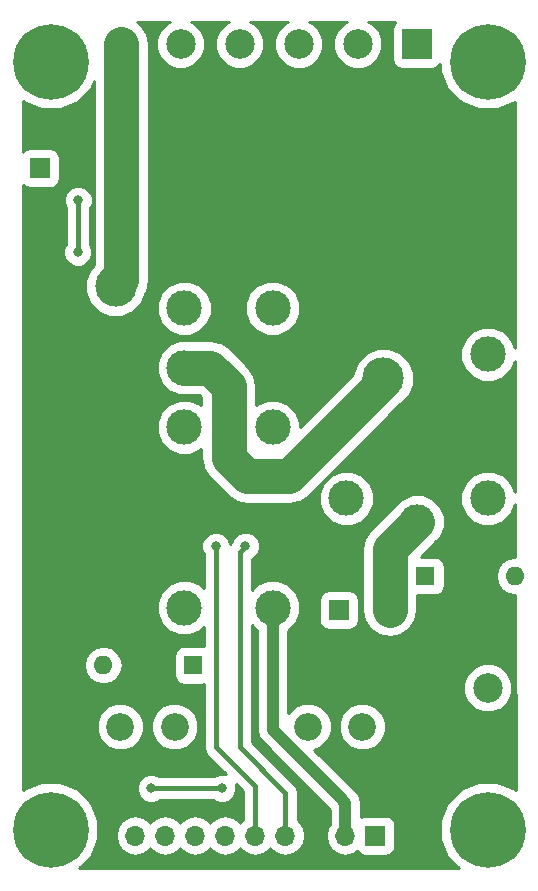
<source format=gbl>
G04 #@! TF.FileFunction,Copper,L2,Bot,Signal*
%FSLAX46Y46*%
G04 Gerber Fmt 4.6, Leading zero omitted, Abs format (unit mm)*
G04 Created by KiCad (PCBNEW 4.0.6) date Tuesday, January 16, 2018 'PMt' 08:13:24 PM*
%MOMM*%
%LPD*%
G01*
G04 APERTURE LIST*
%ADD10C,0.100000*%
%ADD11C,6.400000*%
%ADD12C,3.000000*%
%ADD13R,2.500000X2.500000*%
%ADD14C,2.500000*%
%ADD15C,2.350000*%
%ADD16R,1.700000X1.700000*%
%ADD17O,1.700000X1.700000*%
%ADD18R,1.600000X1.600000*%
%ADD19O,1.600000X1.600000*%
%ADD20C,3.500000*%
%ADD21C,0.800000*%
%ADD22C,1.000000*%
%ADD23C,3.000000*%
%ADD24C,0.400000*%
%ADD25C,0.254000*%
G04 APERTURE END LIST*
D10*
D11*
X91000000Y-145000000D03*
X54000000Y-145000000D03*
X91000000Y-80000000D03*
D12*
X65300000Y-126200000D03*
X72800000Y-126200000D03*
X65300000Y-105880000D03*
X72800000Y-100840000D03*
X72800000Y-110920000D03*
X65300000Y-110920000D03*
X72800000Y-105880000D03*
X65300000Y-100840000D03*
D13*
X91000000Y-138000000D03*
D14*
X91000000Y-133000000D03*
D12*
X91025000Y-116950000D03*
X91025000Y-104750000D03*
X79025000Y-116950000D03*
X85025000Y-118950000D03*
D15*
X64500000Y-136275000D03*
X59900000Y-136275000D03*
X75800000Y-136275000D03*
X80400000Y-136275000D03*
D11*
X54000000Y-80000000D03*
D16*
X59600000Y-116100000D03*
X78400000Y-126400000D03*
X53100000Y-89000000D03*
X82700000Y-126400000D03*
X81500000Y-145500000D03*
D17*
X78960000Y-145500000D03*
X76420000Y-145500000D03*
X73880000Y-145500000D03*
X71340000Y-145500000D03*
X68800000Y-145500000D03*
X66260000Y-145500000D03*
X63720000Y-145500000D03*
X61180000Y-145500000D03*
D14*
X60000000Y-78500000D03*
X65000000Y-78500000D03*
X70000000Y-78500000D03*
X75000000Y-78500000D03*
D13*
X85000000Y-78500000D03*
D14*
X80000000Y-78500000D03*
D18*
X85725000Y-123525000D03*
D19*
X93345000Y-123525000D03*
D18*
X66075000Y-131075000D03*
D19*
X58455000Y-131075000D03*
D20*
X82175000Y-106800000D03*
D21*
X54700000Y-97375000D03*
X92850000Y-130200000D03*
X59900000Y-129900000D03*
X54500000Y-100750000D03*
X88000000Y-85500000D03*
X78000000Y-85500000D03*
X54750000Y-85500000D03*
X56325000Y-91700000D03*
X56300000Y-96100000D03*
X68500000Y-141500000D03*
X62500000Y-141500000D03*
D20*
X59500000Y-99000000D03*
D21*
X68000000Y-121000000D03*
X70500000Y-121000000D03*
D22*
X78960000Y-145500000D02*
X78960000Y-142760000D01*
X78460000Y-142260000D02*
X72800000Y-136600000D01*
X72800000Y-136600000D02*
X72800000Y-126200000D01*
X78960000Y-142760000D02*
X78460000Y-142260000D01*
X72800000Y-126200000D02*
X72800000Y-125400000D01*
D23*
X65300000Y-105880000D02*
X67505000Y-105880000D01*
X82175000Y-107125000D02*
X82175000Y-106800000D01*
X74200000Y-115100000D02*
X82175000Y-107125000D01*
X70650000Y-115100000D02*
X74200000Y-115100000D01*
X69075000Y-113525000D02*
X70650000Y-115100000D01*
X69075000Y-107450000D02*
X69075000Y-113525000D01*
X67505000Y-105880000D02*
X69075000Y-107450000D01*
D24*
X56325000Y-96075000D02*
X56325000Y-91700000D01*
X56300000Y-96100000D02*
X56325000Y-96075000D01*
X62500000Y-141500000D02*
X68500000Y-141500000D01*
D23*
X82700000Y-126400000D02*
X82700000Y-121275000D01*
X82700000Y-121275000D02*
X85025000Y-118950000D01*
X59500000Y-99000000D02*
X60000000Y-98500000D01*
X60000000Y-98500000D02*
X60000000Y-78500000D01*
D24*
X68000000Y-134500000D02*
X68000000Y-138000000D01*
X68000000Y-138000000D02*
X71340000Y-141340000D01*
X71340000Y-145500000D02*
X71340000Y-141340000D01*
X68000000Y-121000000D02*
X68000000Y-134500000D01*
X70000000Y-136000000D02*
X70000000Y-138000000D01*
X73880000Y-141880000D02*
X73880000Y-145500000D01*
X70000000Y-138000000D02*
X73880000Y-141880000D01*
X70000000Y-136000000D02*
X70000000Y-133500000D01*
X70000000Y-121500000D02*
X70000000Y-133500000D01*
X70500000Y-121000000D02*
X70000000Y-121500000D01*
D25*
G36*
X63825011Y-76738178D02*
X63240232Y-77321938D01*
X62923361Y-78085047D01*
X62922640Y-78911328D01*
X63238178Y-79674989D01*
X63821938Y-80259768D01*
X64585047Y-80576639D01*
X65411328Y-80577360D01*
X66174989Y-80261822D01*
X66759768Y-79678062D01*
X67076639Y-78914953D01*
X67077360Y-78088672D01*
X66761822Y-77325011D01*
X66178062Y-76740232D01*
X65905369Y-76627000D01*
X69094083Y-76627000D01*
X68825011Y-76738178D01*
X68240232Y-77321938D01*
X67923361Y-78085047D01*
X67922640Y-78911328D01*
X68238178Y-79674989D01*
X68821938Y-80259768D01*
X69585047Y-80576639D01*
X70411328Y-80577360D01*
X71174989Y-80261822D01*
X71759768Y-79678062D01*
X72076639Y-78914953D01*
X72077360Y-78088672D01*
X71761822Y-77325011D01*
X71178062Y-76740232D01*
X70905369Y-76627000D01*
X74094083Y-76627000D01*
X73825011Y-76738178D01*
X73240232Y-77321938D01*
X72923361Y-78085047D01*
X72922640Y-78911328D01*
X73238178Y-79674989D01*
X73821938Y-80259768D01*
X74585047Y-80576639D01*
X75411328Y-80577360D01*
X76174989Y-80261822D01*
X76759768Y-79678062D01*
X77076639Y-78914953D01*
X77077360Y-78088672D01*
X76761822Y-77325011D01*
X76178062Y-76740232D01*
X75905369Y-76627000D01*
X79094083Y-76627000D01*
X78825011Y-76738178D01*
X78240232Y-77321938D01*
X77923361Y-78085047D01*
X77922640Y-78911328D01*
X78238178Y-79674989D01*
X78821938Y-80259768D01*
X79585047Y-80576639D01*
X80411328Y-80577360D01*
X81174989Y-80261822D01*
X81759768Y-79678062D01*
X82076639Y-78914953D01*
X82077360Y-78088672D01*
X81761822Y-77325011D01*
X81178062Y-76740232D01*
X80905369Y-76627000D01*
X83190946Y-76627000D01*
X83162061Y-76645587D01*
X82973231Y-76921948D01*
X82906799Y-77250000D01*
X82906799Y-79750000D01*
X82964465Y-80056468D01*
X83145587Y-80337939D01*
X83421948Y-80526769D01*
X83750000Y-80593201D01*
X86250000Y-80593201D01*
X86556468Y-80535535D01*
X86837939Y-80354413D01*
X86972861Y-80156949D01*
X86972302Y-80797506D01*
X87584085Y-82278132D01*
X88715909Y-83411934D01*
X90195466Y-84026300D01*
X91797506Y-84027698D01*
X93278132Y-83415915D01*
X93282612Y-83411443D01*
X93311512Y-104190197D01*
X92998885Y-103433582D01*
X92344861Y-102778415D01*
X91489900Y-102423404D01*
X90564162Y-102422597D01*
X89708582Y-102776115D01*
X89053415Y-103430139D01*
X88698404Y-104285100D01*
X88697597Y-105210838D01*
X89051115Y-106066418D01*
X89705139Y-106721585D01*
X90560100Y-107076596D01*
X91485838Y-107077403D01*
X92341418Y-106723885D01*
X92996585Y-106069861D01*
X93313066Y-105307691D01*
X93328537Y-116431402D01*
X92998885Y-115633582D01*
X92344861Y-114978415D01*
X91489900Y-114623404D01*
X90564162Y-114622597D01*
X89708582Y-114976115D01*
X89053415Y-115630139D01*
X88698404Y-116485100D01*
X88697597Y-117410838D01*
X89051115Y-118266418D01*
X89705139Y-118921585D01*
X90560100Y-119276596D01*
X91485838Y-119277403D01*
X92341418Y-118923885D01*
X92996585Y-118269861D01*
X93329977Y-117466964D01*
X93336140Y-121898000D01*
X93313125Y-121898000D01*
X92690499Y-122021848D01*
X92162662Y-122374537D01*
X91809973Y-122902374D01*
X91686125Y-123525000D01*
X91809973Y-124147626D01*
X92162662Y-124675463D01*
X92690499Y-125028152D01*
X93313125Y-125152000D01*
X93340666Y-125152000D01*
X93363636Y-141667750D01*
X93284091Y-141588066D01*
X91804534Y-140973700D01*
X90202494Y-140972302D01*
X88721868Y-141584085D01*
X87588066Y-142715909D01*
X86973700Y-144195466D01*
X86972302Y-145797506D01*
X87584085Y-147278132D01*
X88577217Y-148273000D01*
X56421297Y-148273000D01*
X57411934Y-147284091D01*
X58026300Y-145804534D01*
X58026594Y-145467146D01*
X59503000Y-145467146D01*
X59503000Y-145532854D01*
X59630654Y-146174614D01*
X59994182Y-146718672D01*
X60538240Y-147082200D01*
X61180000Y-147209854D01*
X61821760Y-147082200D01*
X62365818Y-146718672D01*
X62450000Y-146592685D01*
X62534182Y-146718672D01*
X63078240Y-147082200D01*
X63720000Y-147209854D01*
X64361760Y-147082200D01*
X64905818Y-146718672D01*
X64990000Y-146592685D01*
X65074182Y-146718672D01*
X65618240Y-147082200D01*
X66260000Y-147209854D01*
X66901760Y-147082200D01*
X67445818Y-146718672D01*
X67530000Y-146592685D01*
X67614182Y-146718672D01*
X68158240Y-147082200D01*
X68800000Y-147209854D01*
X69441760Y-147082200D01*
X69985818Y-146718672D01*
X70070000Y-146592685D01*
X70154182Y-146718672D01*
X70698240Y-147082200D01*
X71340000Y-147209854D01*
X71981760Y-147082200D01*
X72525818Y-146718672D01*
X72610000Y-146592685D01*
X72694182Y-146718672D01*
X73238240Y-147082200D01*
X73880000Y-147209854D01*
X74521760Y-147082200D01*
X75065818Y-146718672D01*
X75429346Y-146174614D01*
X75557000Y-145532854D01*
X75557000Y-145467146D01*
X75429346Y-144825386D01*
X75065818Y-144281328D01*
X74907000Y-144175209D01*
X74907000Y-141880005D01*
X74907001Y-141880000D01*
X74828824Y-141486985D01*
X74828824Y-141486984D01*
X74606199Y-141153801D01*
X74606196Y-141153799D01*
X71027000Y-137574602D01*
X71027000Y-127717654D01*
X71473000Y-128164434D01*
X71473000Y-136600000D01*
X71574012Y-137107821D01*
X71861669Y-137538331D01*
X77633000Y-143309662D01*
X77633000Y-144492622D01*
X77410654Y-144825386D01*
X77283000Y-145467146D01*
X77283000Y-145532854D01*
X77410654Y-146174614D01*
X77774182Y-146718672D01*
X78318240Y-147082200D01*
X78960000Y-147209854D01*
X79601760Y-147082200D01*
X79977054Y-146831436D01*
X80045587Y-146937939D01*
X80321948Y-147126769D01*
X80650000Y-147193201D01*
X82350000Y-147193201D01*
X82656468Y-147135535D01*
X82937939Y-146954413D01*
X83126769Y-146678052D01*
X83193201Y-146350000D01*
X83193201Y-144650000D01*
X83135535Y-144343532D01*
X82954413Y-144062061D01*
X82678052Y-143873231D01*
X82350000Y-143806799D01*
X80650000Y-143806799D01*
X80343532Y-143864465D01*
X80287000Y-143900842D01*
X80287000Y-142760005D01*
X80287001Y-142760000D01*
X80185988Y-142252179D01*
X79898331Y-141821669D01*
X76307948Y-138231286D01*
X76932560Y-137973202D01*
X77496223Y-137410522D01*
X77801651Y-136674969D01*
X77801654Y-136671475D01*
X78397654Y-136671475D01*
X78701798Y-137407560D01*
X79264478Y-137971223D01*
X80000031Y-138276651D01*
X80796475Y-138277346D01*
X81532560Y-137973202D01*
X82096223Y-137410522D01*
X82401651Y-136674969D01*
X82402346Y-135878525D01*
X82098202Y-135142440D01*
X81535522Y-134578777D01*
X80799969Y-134273349D01*
X80003525Y-134272654D01*
X79267440Y-134576798D01*
X78703777Y-135139478D01*
X78398349Y-135875031D01*
X78397654Y-136671475D01*
X77801654Y-136671475D01*
X77802346Y-135878525D01*
X77498202Y-135142440D01*
X76935522Y-134578777D01*
X76199969Y-134273349D01*
X75403525Y-134272654D01*
X74667440Y-134576798D01*
X74127000Y-135116295D01*
X74127000Y-133411328D01*
X88922640Y-133411328D01*
X89238178Y-134174989D01*
X89821938Y-134759768D01*
X90585047Y-135076639D01*
X91411328Y-135077360D01*
X92174989Y-134761822D01*
X92759768Y-134178062D01*
X93076639Y-133414953D01*
X93077360Y-132588672D01*
X92761822Y-131825011D01*
X92178062Y-131240232D01*
X91414953Y-130923361D01*
X90588672Y-130922640D01*
X89825011Y-131238178D01*
X89240232Y-131821938D01*
X88923361Y-132585047D01*
X88922640Y-133411328D01*
X74127000Y-133411328D01*
X74127000Y-128163321D01*
X74771585Y-127519861D01*
X75126596Y-126664900D01*
X75127403Y-125739162D01*
X75049243Y-125550000D01*
X76706799Y-125550000D01*
X76706799Y-127250000D01*
X76764465Y-127556468D01*
X76945587Y-127837939D01*
X77221948Y-128026769D01*
X77550000Y-128093201D01*
X79250000Y-128093201D01*
X79556468Y-128035535D01*
X79837939Y-127854413D01*
X80026769Y-127578052D01*
X80093201Y-127250000D01*
X80093201Y-125550000D01*
X80035535Y-125243532D01*
X79854413Y-124962061D01*
X79578052Y-124773231D01*
X79250000Y-124706799D01*
X77550000Y-124706799D01*
X77243532Y-124764465D01*
X76962061Y-124945587D01*
X76773231Y-125221948D01*
X76706799Y-125550000D01*
X75049243Y-125550000D01*
X74773885Y-124883582D01*
X74119861Y-124228415D01*
X73264900Y-123873404D01*
X72339162Y-123872597D01*
X71483582Y-124226115D01*
X71027000Y-124681900D01*
X71027000Y-122109863D01*
X71194131Y-122040806D01*
X71539593Y-121695947D01*
X71714385Y-121275000D01*
X80373000Y-121275000D01*
X80373000Y-126400000D01*
X80550132Y-127290504D01*
X81054563Y-128045437D01*
X81809496Y-128549868D01*
X82700000Y-128727000D01*
X83590504Y-128549868D01*
X84345437Y-128045437D01*
X84849868Y-127290504D01*
X85027000Y-126400000D01*
X85027000Y-125168201D01*
X86525000Y-125168201D01*
X86831468Y-125110535D01*
X87112939Y-124929413D01*
X87301769Y-124653052D01*
X87368201Y-124325000D01*
X87368201Y-122725000D01*
X87310535Y-122418532D01*
X87129413Y-122137061D01*
X86853052Y-121948231D01*
X86525000Y-121881799D01*
X85384075Y-121881799D01*
X86669288Y-120596587D01*
X86996585Y-120269861D01*
X87351596Y-119414900D01*
X87352403Y-118489162D01*
X86998885Y-117633582D01*
X86344861Y-116978415D01*
X85489900Y-116623404D01*
X84564162Y-116622597D01*
X83708582Y-116976115D01*
X83053415Y-117630139D01*
X83053009Y-117631116D01*
X81054563Y-119629563D01*
X80550132Y-120384495D01*
X80550132Y-120384496D01*
X80373000Y-121275000D01*
X71714385Y-121275000D01*
X71726786Y-121245136D01*
X71727212Y-120757005D01*
X71540806Y-120305869D01*
X71195947Y-119960407D01*
X70745136Y-119773214D01*
X70257005Y-119772788D01*
X69805869Y-119959194D01*
X69460407Y-120304053D01*
X69273214Y-120754864D01*
X69273197Y-120774705D01*
X69227136Y-120843640D01*
X69227212Y-120757005D01*
X69040806Y-120305869D01*
X68695947Y-119960407D01*
X68245136Y-119773214D01*
X67757005Y-119772788D01*
X67305869Y-119959194D01*
X66960407Y-120304053D01*
X66773214Y-120754864D01*
X66772788Y-121242995D01*
X66959194Y-121694131D01*
X66973000Y-121707961D01*
X66973000Y-124582171D01*
X66619861Y-124228415D01*
X65764900Y-123873404D01*
X64839162Y-123872597D01*
X63983582Y-124226115D01*
X63328415Y-124880139D01*
X62973404Y-125735100D01*
X62972597Y-126660838D01*
X63326115Y-127516418D01*
X63980139Y-128171585D01*
X64835100Y-128526596D01*
X65760838Y-128527403D01*
X66616418Y-128173885D01*
X66973000Y-127817925D01*
X66973000Y-129451644D01*
X66875000Y-129431799D01*
X65275000Y-129431799D01*
X64968532Y-129489465D01*
X64687061Y-129670587D01*
X64498231Y-129946948D01*
X64431799Y-130275000D01*
X64431799Y-131875000D01*
X64489465Y-132181468D01*
X64670587Y-132462939D01*
X64946948Y-132651769D01*
X65275000Y-132718201D01*
X66875000Y-132718201D01*
X66973000Y-132699761D01*
X66973000Y-138000000D01*
X67051176Y-138393016D01*
X67273801Y-138726199D01*
X68874557Y-140326954D01*
X68745136Y-140273214D01*
X68257005Y-140272788D01*
X67805869Y-140459194D01*
X67792039Y-140473000D01*
X63208518Y-140473000D01*
X63195947Y-140460407D01*
X62745136Y-140273214D01*
X62257005Y-140272788D01*
X61805869Y-140459194D01*
X61460407Y-140804053D01*
X61273214Y-141254864D01*
X61272788Y-141742995D01*
X61459194Y-142194131D01*
X61804053Y-142539593D01*
X62254864Y-142726786D01*
X62742995Y-142727212D01*
X63194131Y-142540806D01*
X63207961Y-142527000D01*
X67791482Y-142527000D01*
X67804053Y-142539593D01*
X68254864Y-142726786D01*
X68742995Y-142727212D01*
X69194131Y-142540806D01*
X69539593Y-142195947D01*
X69726786Y-141745136D01*
X69727212Y-141257005D01*
X69672715Y-141125112D01*
X70313000Y-141765397D01*
X70313000Y-144175209D01*
X70154182Y-144281328D01*
X70070000Y-144407315D01*
X69985818Y-144281328D01*
X69441760Y-143917800D01*
X68800000Y-143790146D01*
X68158240Y-143917800D01*
X67614182Y-144281328D01*
X67530000Y-144407315D01*
X67445818Y-144281328D01*
X66901760Y-143917800D01*
X66260000Y-143790146D01*
X65618240Y-143917800D01*
X65074182Y-144281328D01*
X64990000Y-144407315D01*
X64905818Y-144281328D01*
X64361760Y-143917800D01*
X63720000Y-143790146D01*
X63078240Y-143917800D01*
X62534182Y-144281328D01*
X62450000Y-144407315D01*
X62365818Y-144281328D01*
X61821760Y-143917800D01*
X61180000Y-143790146D01*
X60538240Y-143917800D01*
X59994182Y-144281328D01*
X59630654Y-144825386D01*
X59503000Y-145467146D01*
X58026594Y-145467146D01*
X58027698Y-144202494D01*
X57415915Y-142721868D01*
X56284091Y-141588066D01*
X54804534Y-140973700D01*
X53202494Y-140972302D01*
X51721868Y-141584085D01*
X51627000Y-141678787D01*
X51627000Y-136671475D01*
X57897654Y-136671475D01*
X58201798Y-137407560D01*
X58764478Y-137971223D01*
X59500031Y-138276651D01*
X60296475Y-138277346D01*
X61032560Y-137973202D01*
X61596223Y-137410522D01*
X61901651Y-136674969D01*
X61901654Y-136671475D01*
X62497654Y-136671475D01*
X62801798Y-137407560D01*
X63364478Y-137971223D01*
X64100031Y-138276651D01*
X64896475Y-138277346D01*
X65632560Y-137973202D01*
X66196223Y-137410522D01*
X66501651Y-136674969D01*
X66502346Y-135878525D01*
X66198202Y-135142440D01*
X65635522Y-134578777D01*
X64899969Y-134273349D01*
X64103525Y-134272654D01*
X63367440Y-134576798D01*
X62803777Y-135139478D01*
X62498349Y-135875031D01*
X62497654Y-136671475D01*
X61901654Y-136671475D01*
X61902346Y-135878525D01*
X61598202Y-135142440D01*
X61035522Y-134578777D01*
X60299969Y-134273349D01*
X59503525Y-134272654D01*
X58767440Y-134576798D01*
X58203777Y-135139478D01*
X57898349Y-135875031D01*
X57897654Y-136671475D01*
X51627000Y-136671475D01*
X51627000Y-131075000D01*
X56796125Y-131075000D01*
X56919973Y-131697626D01*
X57272662Y-132225463D01*
X57800499Y-132578152D01*
X58423125Y-132702000D01*
X58486875Y-132702000D01*
X59109501Y-132578152D01*
X59637338Y-132225463D01*
X59990027Y-131697626D01*
X60113875Y-131075000D01*
X59990027Y-130452374D01*
X59637338Y-129924537D01*
X59109501Y-129571848D01*
X58486875Y-129448000D01*
X58423125Y-129448000D01*
X57800499Y-129571848D01*
X57272662Y-129924537D01*
X56919973Y-130452374D01*
X56796125Y-131075000D01*
X51627000Y-131075000D01*
X51627000Y-106340838D01*
X62972597Y-106340838D01*
X63326115Y-107196418D01*
X63980139Y-107851585D01*
X64835100Y-108206596D01*
X65760838Y-108207403D01*
X65761813Y-108207000D01*
X66541126Y-108207000D01*
X66748000Y-108413875D01*
X66748000Y-109076778D01*
X66619861Y-108948415D01*
X65764900Y-108593404D01*
X64839162Y-108592597D01*
X63983582Y-108946115D01*
X63328415Y-109600139D01*
X62973404Y-110455100D01*
X62972597Y-111380838D01*
X63326115Y-112236418D01*
X63980139Y-112891585D01*
X64835100Y-113246596D01*
X65760838Y-113247403D01*
X66616418Y-112893885D01*
X66748000Y-112762533D01*
X66748000Y-113525000D01*
X66884154Y-114209495D01*
X66925132Y-114415505D01*
X67429563Y-115170437D01*
X69004562Y-116745437D01*
X69508993Y-117082487D01*
X69759496Y-117249868D01*
X70650000Y-117427000D01*
X74200000Y-117427000D01*
X74281252Y-117410838D01*
X76697597Y-117410838D01*
X77051115Y-118266418D01*
X77705139Y-118921585D01*
X78560100Y-119276596D01*
X79485838Y-119277403D01*
X80341418Y-118923885D01*
X80996585Y-118269861D01*
X81351596Y-117414900D01*
X81352403Y-116489162D01*
X80998885Y-115633582D01*
X80344861Y-114978415D01*
X79489900Y-114623404D01*
X78564162Y-114622597D01*
X77708582Y-114976115D01*
X77053415Y-115630139D01*
X76698404Y-116485100D01*
X76697597Y-117410838D01*
X74281252Y-117410838D01*
X74942761Y-117279256D01*
X75090505Y-117249868D01*
X75845437Y-116745437D01*
X83585268Y-109005607D01*
X83632846Y-108985948D01*
X84358400Y-108261659D01*
X84751551Y-107314846D01*
X84752446Y-106289652D01*
X84360948Y-105342154D01*
X83636659Y-104616600D01*
X82689846Y-104223449D01*
X81664652Y-104222554D01*
X80717154Y-104614052D01*
X79991600Y-105338341D01*
X79598449Y-106285154D01*
X79598339Y-106410786D01*
X75127034Y-110882091D01*
X75127403Y-110459162D01*
X74773885Y-109603582D01*
X74119861Y-108948415D01*
X73264900Y-108593404D01*
X72339162Y-108592597D01*
X71483582Y-108946115D01*
X71402000Y-109027555D01*
X71402000Y-107450000D01*
X71224868Y-106559496D01*
X70897704Y-106069861D01*
X70720437Y-105804562D01*
X69150437Y-104234563D01*
X68395505Y-103730132D01*
X68247761Y-103700744D01*
X67505000Y-103553000D01*
X65301457Y-103553000D01*
X64839162Y-103552597D01*
X63983582Y-103906115D01*
X63328415Y-104560139D01*
X62973404Y-105415100D01*
X62972597Y-106340838D01*
X51627000Y-106340838D01*
X51627000Y-96342995D01*
X55072788Y-96342995D01*
X55259194Y-96794131D01*
X55604053Y-97139593D01*
X56054864Y-97326786D01*
X56542995Y-97327212D01*
X56994131Y-97140806D01*
X57339593Y-96795947D01*
X57526786Y-96345136D01*
X57527212Y-95857005D01*
X57352000Y-95432960D01*
X57352000Y-92408518D01*
X57364593Y-92395947D01*
X57551786Y-91945136D01*
X57552212Y-91457005D01*
X57365806Y-91005869D01*
X57020947Y-90660407D01*
X56570136Y-90473214D01*
X56082005Y-90472788D01*
X55630869Y-90659194D01*
X55285407Y-91004053D01*
X55098214Y-91454864D01*
X55097788Y-91942995D01*
X55284194Y-92394131D01*
X55298000Y-92407961D01*
X55298000Y-95366526D01*
X55260407Y-95404053D01*
X55073214Y-95854864D01*
X55072788Y-96342995D01*
X51627000Y-96342995D01*
X51627000Y-90409054D01*
X51645587Y-90437939D01*
X51921948Y-90626769D01*
X52250000Y-90693201D01*
X53950000Y-90693201D01*
X54256468Y-90635535D01*
X54537939Y-90454413D01*
X54726769Y-90178052D01*
X54793201Y-89850000D01*
X54793201Y-88150000D01*
X54735535Y-87843532D01*
X54554413Y-87562061D01*
X54278052Y-87373231D01*
X53950000Y-87306799D01*
X52250000Y-87306799D01*
X51943532Y-87364465D01*
X51662061Y-87545587D01*
X51627000Y-87596900D01*
X51627000Y-83322870D01*
X51715909Y-83411934D01*
X53195466Y-84026300D01*
X54797506Y-84027698D01*
X56278132Y-83415915D01*
X57411934Y-82284091D01*
X57673000Y-81655375D01*
X57673000Y-97182562D01*
X57316600Y-97538341D01*
X56923449Y-98485154D01*
X56922554Y-99510348D01*
X57314052Y-100457846D01*
X58038341Y-101183400D01*
X58985154Y-101576551D01*
X60010348Y-101577446D01*
X60679790Y-101300838D01*
X62972597Y-101300838D01*
X63326115Y-102156418D01*
X63980139Y-102811585D01*
X64835100Y-103166596D01*
X65760838Y-103167403D01*
X66616418Y-102813885D01*
X67271585Y-102159861D01*
X67626596Y-101304900D01*
X67626599Y-101300838D01*
X70472597Y-101300838D01*
X70826115Y-102156418D01*
X71480139Y-102811585D01*
X72335100Y-103166596D01*
X73260838Y-103167403D01*
X74116418Y-102813885D01*
X74771585Y-102159861D01*
X75126596Y-101304900D01*
X75127403Y-100379162D01*
X74773885Y-99523582D01*
X74119861Y-98868415D01*
X73264900Y-98513404D01*
X72339162Y-98512597D01*
X71483582Y-98866115D01*
X70828415Y-99520139D01*
X70473404Y-100375100D01*
X70472597Y-101300838D01*
X67626599Y-101300838D01*
X67627403Y-100379162D01*
X67273885Y-99523582D01*
X66619861Y-98868415D01*
X65764900Y-98513404D01*
X64839162Y-98512597D01*
X63983582Y-98866115D01*
X63328415Y-99520139D01*
X62973404Y-100375100D01*
X62972597Y-101300838D01*
X60679790Y-101300838D01*
X60957846Y-101185948D01*
X61683400Y-100461659D01*
X62076551Y-99514846D01*
X62076564Y-99500212D01*
X62149868Y-99390505D01*
X62227544Y-99000000D01*
X62327000Y-98500000D01*
X62327000Y-78500000D01*
X62149868Y-77609496D01*
X61645437Y-76854563D01*
X61304866Y-76627000D01*
X64094083Y-76627000D01*
X63825011Y-76738178D01*
X63825011Y-76738178D01*
G37*
X63825011Y-76738178D02*
X63240232Y-77321938D01*
X62923361Y-78085047D01*
X62922640Y-78911328D01*
X63238178Y-79674989D01*
X63821938Y-80259768D01*
X64585047Y-80576639D01*
X65411328Y-80577360D01*
X66174989Y-80261822D01*
X66759768Y-79678062D01*
X67076639Y-78914953D01*
X67077360Y-78088672D01*
X66761822Y-77325011D01*
X66178062Y-76740232D01*
X65905369Y-76627000D01*
X69094083Y-76627000D01*
X68825011Y-76738178D01*
X68240232Y-77321938D01*
X67923361Y-78085047D01*
X67922640Y-78911328D01*
X68238178Y-79674989D01*
X68821938Y-80259768D01*
X69585047Y-80576639D01*
X70411328Y-80577360D01*
X71174989Y-80261822D01*
X71759768Y-79678062D01*
X72076639Y-78914953D01*
X72077360Y-78088672D01*
X71761822Y-77325011D01*
X71178062Y-76740232D01*
X70905369Y-76627000D01*
X74094083Y-76627000D01*
X73825011Y-76738178D01*
X73240232Y-77321938D01*
X72923361Y-78085047D01*
X72922640Y-78911328D01*
X73238178Y-79674989D01*
X73821938Y-80259768D01*
X74585047Y-80576639D01*
X75411328Y-80577360D01*
X76174989Y-80261822D01*
X76759768Y-79678062D01*
X77076639Y-78914953D01*
X77077360Y-78088672D01*
X76761822Y-77325011D01*
X76178062Y-76740232D01*
X75905369Y-76627000D01*
X79094083Y-76627000D01*
X78825011Y-76738178D01*
X78240232Y-77321938D01*
X77923361Y-78085047D01*
X77922640Y-78911328D01*
X78238178Y-79674989D01*
X78821938Y-80259768D01*
X79585047Y-80576639D01*
X80411328Y-80577360D01*
X81174989Y-80261822D01*
X81759768Y-79678062D01*
X82076639Y-78914953D01*
X82077360Y-78088672D01*
X81761822Y-77325011D01*
X81178062Y-76740232D01*
X80905369Y-76627000D01*
X83190946Y-76627000D01*
X83162061Y-76645587D01*
X82973231Y-76921948D01*
X82906799Y-77250000D01*
X82906799Y-79750000D01*
X82964465Y-80056468D01*
X83145587Y-80337939D01*
X83421948Y-80526769D01*
X83750000Y-80593201D01*
X86250000Y-80593201D01*
X86556468Y-80535535D01*
X86837939Y-80354413D01*
X86972861Y-80156949D01*
X86972302Y-80797506D01*
X87584085Y-82278132D01*
X88715909Y-83411934D01*
X90195466Y-84026300D01*
X91797506Y-84027698D01*
X93278132Y-83415915D01*
X93282612Y-83411443D01*
X93311512Y-104190197D01*
X92998885Y-103433582D01*
X92344861Y-102778415D01*
X91489900Y-102423404D01*
X90564162Y-102422597D01*
X89708582Y-102776115D01*
X89053415Y-103430139D01*
X88698404Y-104285100D01*
X88697597Y-105210838D01*
X89051115Y-106066418D01*
X89705139Y-106721585D01*
X90560100Y-107076596D01*
X91485838Y-107077403D01*
X92341418Y-106723885D01*
X92996585Y-106069861D01*
X93313066Y-105307691D01*
X93328537Y-116431402D01*
X92998885Y-115633582D01*
X92344861Y-114978415D01*
X91489900Y-114623404D01*
X90564162Y-114622597D01*
X89708582Y-114976115D01*
X89053415Y-115630139D01*
X88698404Y-116485100D01*
X88697597Y-117410838D01*
X89051115Y-118266418D01*
X89705139Y-118921585D01*
X90560100Y-119276596D01*
X91485838Y-119277403D01*
X92341418Y-118923885D01*
X92996585Y-118269861D01*
X93329977Y-117466964D01*
X93336140Y-121898000D01*
X93313125Y-121898000D01*
X92690499Y-122021848D01*
X92162662Y-122374537D01*
X91809973Y-122902374D01*
X91686125Y-123525000D01*
X91809973Y-124147626D01*
X92162662Y-124675463D01*
X92690499Y-125028152D01*
X93313125Y-125152000D01*
X93340666Y-125152000D01*
X93363636Y-141667750D01*
X93284091Y-141588066D01*
X91804534Y-140973700D01*
X90202494Y-140972302D01*
X88721868Y-141584085D01*
X87588066Y-142715909D01*
X86973700Y-144195466D01*
X86972302Y-145797506D01*
X87584085Y-147278132D01*
X88577217Y-148273000D01*
X56421297Y-148273000D01*
X57411934Y-147284091D01*
X58026300Y-145804534D01*
X58026594Y-145467146D01*
X59503000Y-145467146D01*
X59503000Y-145532854D01*
X59630654Y-146174614D01*
X59994182Y-146718672D01*
X60538240Y-147082200D01*
X61180000Y-147209854D01*
X61821760Y-147082200D01*
X62365818Y-146718672D01*
X62450000Y-146592685D01*
X62534182Y-146718672D01*
X63078240Y-147082200D01*
X63720000Y-147209854D01*
X64361760Y-147082200D01*
X64905818Y-146718672D01*
X64990000Y-146592685D01*
X65074182Y-146718672D01*
X65618240Y-147082200D01*
X66260000Y-147209854D01*
X66901760Y-147082200D01*
X67445818Y-146718672D01*
X67530000Y-146592685D01*
X67614182Y-146718672D01*
X68158240Y-147082200D01*
X68800000Y-147209854D01*
X69441760Y-147082200D01*
X69985818Y-146718672D01*
X70070000Y-146592685D01*
X70154182Y-146718672D01*
X70698240Y-147082200D01*
X71340000Y-147209854D01*
X71981760Y-147082200D01*
X72525818Y-146718672D01*
X72610000Y-146592685D01*
X72694182Y-146718672D01*
X73238240Y-147082200D01*
X73880000Y-147209854D01*
X74521760Y-147082200D01*
X75065818Y-146718672D01*
X75429346Y-146174614D01*
X75557000Y-145532854D01*
X75557000Y-145467146D01*
X75429346Y-144825386D01*
X75065818Y-144281328D01*
X74907000Y-144175209D01*
X74907000Y-141880005D01*
X74907001Y-141880000D01*
X74828824Y-141486985D01*
X74828824Y-141486984D01*
X74606199Y-141153801D01*
X74606196Y-141153799D01*
X71027000Y-137574602D01*
X71027000Y-127717654D01*
X71473000Y-128164434D01*
X71473000Y-136600000D01*
X71574012Y-137107821D01*
X71861669Y-137538331D01*
X77633000Y-143309662D01*
X77633000Y-144492622D01*
X77410654Y-144825386D01*
X77283000Y-145467146D01*
X77283000Y-145532854D01*
X77410654Y-146174614D01*
X77774182Y-146718672D01*
X78318240Y-147082200D01*
X78960000Y-147209854D01*
X79601760Y-147082200D01*
X79977054Y-146831436D01*
X80045587Y-146937939D01*
X80321948Y-147126769D01*
X80650000Y-147193201D01*
X82350000Y-147193201D01*
X82656468Y-147135535D01*
X82937939Y-146954413D01*
X83126769Y-146678052D01*
X83193201Y-146350000D01*
X83193201Y-144650000D01*
X83135535Y-144343532D01*
X82954413Y-144062061D01*
X82678052Y-143873231D01*
X82350000Y-143806799D01*
X80650000Y-143806799D01*
X80343532Y-143864465D01*
X80287000Y-143900842D01*
X80287000Y-142760005D01*
X80287001Y-142760000D01*
X80185988Y-142252179D01*
X79898331Y-141821669D01*
X76307948Y-138231286D01*
X76932560Y-137973202D01*
X77496223Y-137410522D01*
X77801651Y-136674969D01*
X77801654Y-136671475D01*
X78397654Y-136671475D01*
X78701798Y-137407560D01*
X79264478Y-137971223D01*
X80000031Y-138276651D01*
X80796475Y-138277346D01*
X81532560Y-137973202D01*
X82096223Y-137410522D01*
X82401651Y-136674969D01*
X82402346Y-135878525D01*
X82098202Y-135142440D01*
X81535522Y-134578777D01*
X80799969Y-134273349D01*
X80003525Y-134272654D01*
X79267440Y-134576798D01*
X78703777Y-135139478D01*
X78398349Y-135875031D01*
X78397654Y-136671475D01*
X77801654Y-136671475D01*
X77802346Y-135878525D01*
X77498202Y-135142440D01*
X76935522Y-134578777D01*
X76199969Y-134273349D01*
X75403525Y-134272654D01*
X74667440Y-134576798D01*
X74127000Y-135116295D01*
X74127000Y-133411328D01*
X88922640Y-133411328D01*
X89238178Y-134174989D01*
X89821938Y-134759768D01*
X90585047Y-135076639D01*
X91411328Y-135077360D01*
X92174989Y-134761822D01*
X92759768Y-134178062D01*
X93076639Y-133414953D01*
X93077360Y-132588672D01*
X92761822Y-131825011D01*
X92178062Y-131240232D01*
X91414953Y-130923361D01*
X90588672Y-130922640D01*
X89825011Y-131238178D01*
X89240232Y-131821938D01*
X88923361Y-132585047D01*
X88922640Y-133411328D01*
X74127000Y-133411328D01*
X74127000Y-128163321D01*
X74771585Y-127519861D01*
X75126596Y-126664900D01*
X75127403Y-125739162D01*
X75049243Y-125550000D01*
X76706799Y-125550000D01*
X76706799Y-127250000D01*
X76764465Y-127556468D01*
X76945587Y-127837939D01*
X77221948Y-128026769D01*
X77550000Y-128093201D01*
X79250000Y-128093201D01*
X79556468Y-128035535D01*
X79837939Y-127854413D01*
X80026769Y-127578052D01*
X80093201Y-127250000D01*
X80093201Y-125550000D01*
X80035535Y-125243532D01*
X79854413Y-124962061D01*
X79578052Y-124773231D01*
X79250000Y-124706799D01*
X77550000Y-124706799D01*
X77243532Y-124764465D01*
X76962061Y-124945587D01*
X76773231Y-125221948D01*
X76706799Y-125550000D01*
X75049243Y-125550000D01*
X74773885Y-124883582D01*
X74119861Y-124228415D01*
X73264900Y-123873404D01*
X72339162Y-123872597D01*
X71483582Y-124226115D01*
X71027000Y-124681900D01*
X71027000Y-122109863D01*
X71194131Y-122040806D01*
X71539593Y-121695947D01*
X71714385Y-121275000D01*
X80373000Y-121275000D01*
X80373000Y-126400000D01*
X80550132Y-127290504D01*
X81054563Y-128045437D01*
X81809496Y-128549868D01*
X82700000Y-128727000D01*
X83590504Y-128549868D01*
X84345437Y-128045437D01*
X84849868Y-127290504D01*
X85027000Y-126400000D01*
X85027000Y-125168201D01*
X86525000Y-125168201D01*
X86831468Y-125110535D01*
X87112939Y-124929413D01*
X87301769Y-124653052D01*
X87368201Y-124325000D01*
X87368201Y-122725000D01*
X87310535Y-122418532D01*
X87129413Y-122137061D01*
X86853052Y-121948231D01*
X86525000Y-121881799D01*
X85384075Y-121881799D01*
X86669288Y-120596587D01*
X86996585Y-120269861D01*
X87351596Y-119414900D01*
X87352403Y-118489162D01*
X86998885Y-117633582D01*
X86344861Y-116978415D01*
X85489900Y-116623404D01*
X84564162Y-116622597D01*
X83708582Y-116976115D01*
X83053415Y-117630139D01*
X83053009Y-117631116D01*
X81054563Y-119629563D01*
X80550132Y-120384495D01*
X80550132Y-120384496D01*
X80373000Y-121275000D01*
X71714385Y-121275000D01*
X71726786Y-121245136D01*
X71727212Y-120757005D01*
X71540806Y-120305869D01*
X71195947Y-119960407D01*
X70745136Y-119773214D01*
X70257005Y-119772788D01*
X69805869Y-119959194D01*
X69460407Y-120304053D01*
X69273214Y-120754864D01*
X69273197Y-120774705D01*
X69227136Y-120843640D01*
X69227212Y-120757005D01*
X69040806Y-120305869D01*
X68695947Y-119960407D01*
X68245136Y-119773214D01*
X67757005Y-119772788D01*
X67305869Y-119959194D01*
X66960407Y-120304053D01*
X66773214Y-120754864D01*
X66772788Y-121242995D01*
X66959194Y-121694131D01*
X66973000Y-121707961D01*
X66973000Y-124582171D01*
X66619861Y-124228415D01*
X65764900Y-123873404D01*
X64839162Y-123872597D01*
X63983582Y-124226115D01*
X63328415Y-124880139D01*
X62973404Y-125735100D01*
X62972597Y-126660838D01*
X63326115Y-127516418D01*
X63980139Y-128171585D01*
X64835100Y-128526596D01*
X65760838Y-128527403D01*
X66616418Y-128173885D01*
X66973000Y-127817925D01*
X66973000Y-129451644D01*
X66875000Y-129431799D01*
X65275000Y-129431799D01*
X64968532Y-129489465D01*
X64687061Y-129670587D01*
X64498231Y-129946948D01*
X64431799Y-130275000D01*
X64431799Y-131875000D01*
X64489465Y-132181468D01*
X64670587Y-132462939D01*
X64946948Y-132651769D01*
X65275000Y-132718201D01*
X66875000Y-132718201D01*
X66973000Y-132699761D01*
X66973000Y-138000000D01*
X67051176Y-138393016D01*
X67273801Y-138726199D01*
X68874557Y-140326954D01*
X68745136Y-140273214D01*
X68257005Y-140272788D01*
X67805869Y-140459194D01*
X67792039Y-140473000D01*
X63208518Y-140473000D01*
X63195947Y-140460407D01*
X62745136Y-140273214D01*
X62257005Y-140272788D01*
X61805869Y-140459194D01*
X61460407Y-140804053D01*
X61273214Y-141254864D01*
X61272788Y-141742995D01*
X61459194Y-142194131D01*
X61804053Y-142539593D01*
X62254864Y-142726786D01*
X62742995Y-142727212D01*
X63194131Y-142540806D01*
X63207961Y-142527000D01*
X67791482Y-142527000D01*
X67804053Y-142539593D01*
X68254864Y-142726786D01*
X68742995Y-142727212D01*
X69194131Y-142540806D01*
X69539593Y-142195947D01*
X69726786Y-141745136D01*
X69727212Y-141257005D01*
X69672715Y-141125112D01*
X70313000Y-141765397D01*
X70313000Y-144175209D01*
X70154182Y-144281328D01*
X70070000Y-144407315D01*
X69985818Y-144281328D01*
X69441760Y-143917800D01*
X68800000Y-143790146D01*
X68158240Y-143917800D01*
X67614182Y-144281328D01*
X67530000Y-144407315D01*
X67445818Y-144281328D01*
X66901760Y-143917800D01*
X66260000Y-143790146D01*
X65618240Y-143917800D01*
X65074182Y-144281328D01*
X64990000Y-144407315D01*
X64905818Y-144281328D01*
X64361760Y-143917800D01*
X63720000Y-143790146D01*
X63078240Y-143917800D01*
X62534182Y-144281328D01*
X62450000Y-144407315D01*
X62365818Y-144281328D01*
X61821760Y-143917800D01*
X61180000Y-143790146D01*
X60538240Y-143917800D01*
X59994182Y-144281328D01*
X59630654Y-144825386D01*
X59503000Y-145467146D01*
X58026594Y-145467146D01*
X58027698Y-144202494D01*
X57415915Y-142721868D01*
X56284091Y-141588066D01*
X54804534Y-140973700D01*
X53202494Y-140972302D01*
X51721868Y-141584085D01*
X51627000Y-141678787D01*
X51627000Y-136671475D01*
X57897654Y-136671475D01*
X58201798Y-137407560D01*
X58764478Y-137971223D01*
X59500031Y-138276651D01*
X60296475Y-138277346D01*
X61032560Y-137973202D01*
X61596223Y-137410522D01*
X61901651Y-136674969D01*
X61901654Y-136671475D01*
X62497654Y-136671475D01*
X62801798Y-137407560D01*
X63364478Y-137971223D01*
X64100031Y-138276651D01*
X64896475Y-138277346D01*
X65632560Y-137973202D01*
X66196223Y-137410522D01*
X66501651Y-136674969D01*
X66502346Y-135878525D01*
X66198202Y-135142440D01*
X65635522Y-134578777D01*
X64899969Y-134273349D01*
X64103525Y-134272654D01*
X63367440Y-134576798D01*
X62803777Y-135139478D01*
X62498349Y-135875031D01*
X62497654Y-136671475D01*
X61901654Y-136671475D01*
X61902346Y-135878525D01*
X61598202Y-135142440D01*
X61035522Y-134578777D01*
X60299969Y-134273349D01*
X59503525Y-134272654D01*
X58767440Y-134576798D01*
X58203777Y-135139478D01*
X57898349Y-135875031D01*
X57897654Y-136671475D01*
X51627000Y-136671475D01*
X51627000Y-131075000D01*
X56796125Y-131075000D01*
X56919973Y-131697626D01*
X57272662Y-132225463D01*
X57800499Y-132578152D01*
X58423125Y-132702000D01*
X58486875Y-132702000D01*
X59109501Y-132578152D01*
X59637338Y-132225463D01*
X59990027Y-131697626D01*
X60113875Y-131075000D01*
X59990027Y-130452374D01*
X59637338Y-129924537D01*
X59109501Y-129571848D01*
X58486875Y-129448000D01*
X58423125Y-129448000D01*
X57800499Y-129571848D01*
X57272662Y-129924537D01*
X56919973Y-130452374D01*
X56796125Y-131075000D01*
X51627000Y-131075000D01*
X51627000Y-106340838D01*
X62972597Y-106340838D01*
X63326115Y-107196418D01*
X63980139Y-107851585D01*
X64835100Y-108206596D01*
X65760838Y-108207403D01*
X65761813Y-108207000D01*
X66541126Y-108207000D01*
X66748000Y-108413875D01*
X66748000Y-109076778D01*
X66619861Y-108948415D01*
X65764900Y-108593404D01*
X64839162Y-108592597D01*
X63983582Y-108946115D01*
X63328415Y-109600139D01*
X62973404Y-110455100D01*
X62972597Y-111380838D01*
X63326115Y-112236418D01*
X63980139Y-112891585D01*
X64835100Y-113246596D01*
X65760838Y-113247403D01*
X66616418Y-112893885D01*
X66748000Y-112762533D01*
X66748000Y-113525000D01*
X66884154Y-114209495D01*
X66925132Y-114415505D01*
X67429563Y-115170437D01*
X69004562Y-116745437D01*
X69508993Y-117082487D01*
X69759496Y-117249868D01*
X70650000Y-117427000D01*
X74200000Y-117427000D01*
X74281252Y-117410838D01*
X76697597Y-117410838D01*
X77051115Y-118266418D01*
X77705139Y-118921585D01*
X78560100Y-119276596D01*
X79485838Y-119277403D01*
X80341418Y-118923885D01*
X80996585Y-118269861D01*
X81351596Y-117414900D01*
X81352403Y-116489162D01*
X80998885Y-115633582D01*
X80344861Y-114978415D01*
X79489900Y-114623404D01*
X78564162Y-114622597D01*
X77708582Y-114976115D01*
X77053415Y-115630139D01*
X76698404Y-116485100D01*
X76697597Y-117410838D01*
X74281252Y-117410838D01*
X74942761Y-117279256D01*
X75090505Y-117249868D01*
X75845437Y-116745437D01*
X83585268Y-109005607D01*
X83632846Y-108985948D01*
X84358400Y-108261659D01*
X84751551Y-107314846D01*
X84752446Y-106289652D01*
X84360948Y-105342154D01*
X83636659Y-104616600D01*
X82689846Y-104223449D01*
X81664652Y-104222554D01*
X80717154Y-104614052D01*
X79991600Y-105338341D01*
X79598449Y-106285154D01*
X79598339Y-106410786D01*
X75127034Y-110882091D01*
X75127403Y-110459162D01*
X74773885Y-109603582D01*
X74119861Y-108948415D01*
X73264900Y-108593404D01*
X72339162Y-108592597D01*
X71483582Y-108946115D01*
X71402000Y-109027555D01*
X71402000Y-107450000D01*
X71224868Y-106559496D01*
X70897704Y-106069861D01*
X70720437Y-105804562D01*
X69150437Y-104234563D01*
X68395505Y-103730132D01*
X68247761Y-103700744D01*
X67505000Y-103553000D01*
X65301457Y-103553000D01*
X64839162Y-103552597D01*
X63983582Y-103906115D01*
X63328415Y-104560139D01*
X62973404Y-105415100D01*
X62972597Y-106340838D01*
X51627000Y-106340838D01*
X51627000Y-96342995D01*
X55072788Y-96342995D01*
X55259194Y-96794131D01*
X55604053Y-97139593D01*
X56054864Y-97326786D01*
X56542995Y-97327212D01*
X56994131Y-97140806D01*
X57339593Y-96795947D01*
X57526786Y-96345136D01*
X57527212Y-95857005D01*
X57352000Y-95432960D01*
X57352000Y-92408518D01*
X57364593Y-92395947D01*
X57551786Y-91945136D01*
X57552212Y-91457005D01*
X57365806Y-91005869D01*
X57020947Y-90660407D01*
X56570136Y-90473214D01*
X56082005Y-90472788D01*
X55630869Y-90659194D01*
X55285407Y-91004053D01*
X55098214Y-91454864D01*
X55097788Y-91942995D01*
X55284194Y-92394131D01*
X55298000Y-92407961D01*
X55298000Y-95366526D01*
X55260407Y-95404053D01*
X55073214Y-95854864D01*
X55072788Y-96342995D01*
X51627000Y-96342995D01*
X51627000Y-90409054D01*
X51645587Y-90437939D01*
X51921948Y-90626769D01*
X52250000Y-90693201D01*
X53950000Y-90693201D01*
X54256468Y-90635535D01*
X54537939Y-90454413D01*
X54726769Y-90178052D01*
X54793201Y-89850000D01*
X54793201Y-88150000D01*
X54735535Y-87843532D01*
X54554413Y-87562061D01*
X54278052Y-87373231D01*
X53950000Y-87306799D01*
X52250000Y-87306799D01*
X51943532Y-87364465D01*
X51662061Y-87545587D01*
X51627000Y-87596900D01*
X51627000Y-83322870D01*
X51715909Y-83411934D01*
X53195466Y-84026300D01*
X54797506Y-84027698D01*
X56278132Y-83415915D01*
X57411934Y-82284091D01*
X57673000Y-81655375D01*
X57673000Y-97182562D01*
X57316600Y-97538341D01*
X56923449Y-98485154D01*
X56922554Y-99510348D01*
X57314052Y-100457846D01*
X58038341Y-101183400D01*
X58985154Y-101576551D01*
X60010348Y-101577446D01*
X60679790Y-101300838D01*
X62972597Y-101300838D01*
X63326115Y-102156418D01*
X63980139Y-102811585D01*
X64835100Y-103166596D01*
X65760838Y-103167403D01*
X66616418Y-102813885D01*
X67271585Y-102159861D01*
X67626596Y-101304900D01*
X67626599Y-101300838D01*
X70472597Y-101300838D01*
X70826115Y-102156418D01*
X71480139Y-102811585D01*
X72335100Y-103166596D01*
X73260838Y-103167403D01*
X74116418Y-102813885D01*
X74771585Y-102159861D01*
X75126596Y-101304900D01*
X75127403Y-100379162D01*
X74773885Y-99523582D01*
X74119861Y-98868415D01*
X73264900Y-98513404D01*
X72339162Y-98512597D01*
X71483582Y-98866115D01*
X70828415Y-99520139D01*
X70473404Y-100375100D01*
X70472597Y-101300838D01*
X67626599Y-101300838D01*
X67627403Y-100379162D01*
X67273885Y-99523582D01*
X66619861Y-98868415D01*
X65764900Y-98513404D01*
X64839162Y-98512597D01*
X63983582Y-98866115D01*
X63328415Y-99520139D01*
X62973404Y-100375100D01*
X62972597Y-101300838D01*
X60679790Y-101300838D01*
X60957846Y-101185948D01*
X61683400Y-100461659D01*
X62076551Y-99514846D01*
X62076564Y-99500212D01*
X62149868Y-99390505D01*
X62227544Y-99000000D01*
X62327000Y-98500000D01*
X62327000Y-78500000D01*
X62149868Y-77609496D01*
X61645437Y-76854563D01*
X61304866Y-76627000D01*
X64094083Y-76627000D01*
X63825011Y-76738178D01*
M02*

</source>
